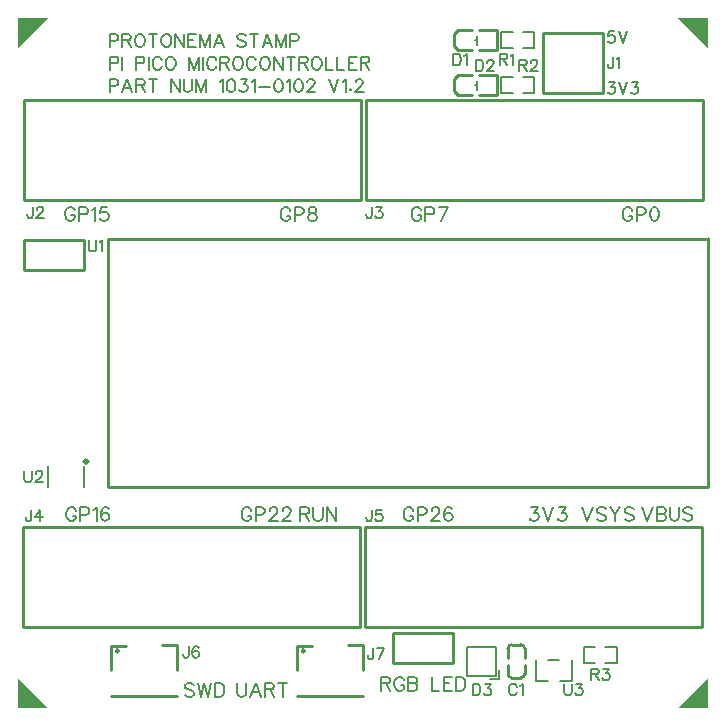
<source format=gto>
G04 Layer: TopSilkscreenLayer*
G04 EasyEDA v6.5.29, 2023-07-09 12:27:17*
G04 4395022f8ddd444ca6db71cecef0689e,5a6b42c53f6a479593ecc07194224c93,10*
G04 Gerber Generator version 0.2*
G04 Scale: 100 percent, Rotated: No, Reflected: No *
G04 Dimensions in millimeters *
G04 leading zeros omitted , absolute positions ,4 integer and 5 decimal *
%FSLAX45Y45*%
%MOMM*%

%ADD10C,0.1524*%
%ADD11C,0.2540*%
%ADD12C,0.1520*%
%ADD13C,0.2030*%
%ADD14C,0.3000*%
%ADD15C,0.0136*%

%LPD*%
D10*
X121665Y4241037D02*
G01*
X121665Y4168394D01*
X117094Y4154678D01*
X112521Y4150105D01*
X103378Y4145534D01*
X94487Y4145534D01*
X85344Y4150105D01*
X80771Y4154678D01*
X76200Y4168394D01*
X76200Y4177537D01*
X156210Y4218431D02*
G01*
X156210Y4223004D01*
X160781Y4231894D01*
X165354Y4236465D01*
X174497Y4241037D01*
X192531Y4241037D01*
X201676Y4236465D01*
X206247Y4231894D01*
X210820Y4223004D01*
X210820Y4213860D01*
X206247Y4204715D01*
X197104Y4191000D01*
X151637Y4145534D01*
X215392Y4145534D01*
X2991865Y4241037D02*
G01*
X2991865Y4168394D01*
X2987293Y4154678D01*
X2982722Y4150105D01*
X2973577Y4145534D01*
X2964688Y4145534D01*
X2955543Y4150105D01*
X2950972Y4154678D01*
X2946400Y4168394D01*
X2946400Y4177537D01*
X3030981Y4241037D02*
G01*
X3081020Y4241037D01*
X3053588Y4204715D01*
X3067304Y4204715D01*
X3076447Y4200144D01*
X3081020Y4195571D01*
X3085591Y4182110D01*
X3085591Y4172965D01*
X3081020Y4159250D01*
X3071875Y4150105D01*
X3058159Y4145534D01*
X3044697Y4145534D01*
X3030981Y4150105D01*
X3026409Y4154678D01*
X3021838Y4163821D01*
X108965Y1675637D02*
G01*
X108965Y1602994D01*
X104394Y1589278D01*
X99821Y1584705D01*
X90678Y1580134D01*
X81787Y1580134D01*
X72644Y1584705D01*
X68071Y1589278D01*
X63500Y1602994D01*
X63500Y1612137D01*
X184404Y1675637D02*
G01*
X138937Y1612137D01*
X207010Y1612137D01*
X184404Y1675637D02*
G01*
X184404Y1580134D01*
X2991865Y1675637D02*
G01*
X2991865Y1602994D01*
X2987293Y1589278D01*
X2982722Y1584705D01*
X2973577Y1580134D01*
X2964688Y1580134D01*
X2955543Y1584705D01*
X2950972Y1589278D01*
X2946400Y1602994D01*
X2946400Y1612137D01*
X3076447Y1675637D02*
G01*
X3030981Y1675637D01*
X3026409Y1634744D01*
X3030981Y1639315D01*
X3044697Y1643887D01*
X3058159Y1643887D01*
X3071875Y1639315D01*
X3081020Y1630171D01*
X3085591Y1616710D01*
X3085591Y1607565D01*
X3081020Y1593850D01*
X3071875Y1584705D01*
X3058159Y1580134D01*
X3044697Y1580134D01*
X3030981Y1584705D01*
X3026409Y1589278D01*
X3021838Y1598421D01*
X5199888Y4208526D02*
G01*
X5194554Y4219447D01*
X5183631Y4230370D01*
X5172709Y4235957D01*
X5150865Y4235957D01*
X5139943Y4230370D01*
X5129022Y4219447D01*
X5123434Y4208526D01*
X5118100Y4192270D01*
X5118100Y4165092D01*
X5123434Y4148581D01*
X5129022Y4137660D01*
X5139943Y4126737D01*
X5150865Y4121404D01*
X5172709Y4121404D01*
X5183631Y4126737D01*
X5194554Y4137660D01*
X5199888Y4148581D01*
X5199888Y4165092D01*
X5172709Y4165092D02*
G01*
X5199888Y4165092D01*
X5235956Y4235957D02*
G01*
X5235956Y4121404D01*
X5235956Y4235957D02*
G01*
X5284977Y4235957D01*
X5301488Y4230370D01*
X5306822Y4225036D01*
X5312156Y4214113D01*
X5312156Y4197604D01*
X5306822Y4186681D01*
X5301488Y4181347D01*
X5284977Y4176013D01*
X5235956Y4176013D01*
X5380990Y4235957D02*
G01*
X5364734Y4230370D01*
X5353811Y4214113D01*
X5348224Y4186681D01*
X5348224Y4170426D01*
X5353811Y4143247D01*
X5364734Y4126737D01*
X5380990Y4121404D01*
X5391911Y4121404D01*
X5408168Y4126737D01*
X5419090Y4143247D01*
X5424677Y4170426D01*
X5424677Y4186681D01*
X5419090Y4214113D01*
X5408168Y4230370D01*
X5391911Y4235957D01*
X5380990Y4235957D01*
X3411981Y4212132D02*
G01*
X3406647Y4223054D01*
X3395725Y4233976D01*
X3384804Y4239564D01*
X3362959Y4239564D01*
X3352038Y4233976D01*
X3341115Y4223054D01*
X3335527Y4212132D01*
X3330193Y4195876D01*
X3330193Y4168698D01*
X3335527Y4152188D01*
X3341115Y4141266D01*
X3352038Y4130344D01*
X3362959Y4125010D01*
X3384804Y4125010D01*
X3395725Y4130344D01*
X3406647Y4141266D01*
X3411981Y4152188D01*
X3411981Y4168698D01*
X3384804Y4168698D02*
G01*
X3411981Y4168698D01*
X3448050Y4239564D02*
G01*
X3448050Y4125010D01*
X3448050Y4239564D02*
G01*
X3497072Y4239564D01*
X3513581Y4233976D01*
X3518915Y4228642D01*
X3524250Y4217720D01*
X3524250Y4201210D01*
X3518915Y4190288D01*
X3513581Y4184954D01*
X3497072Y4179620D01*
X3448050Y4179620D01*
X3636772Y4239564D02*
G01*
X3582161Y4125010D01*
X3560318Y4239564D02*
G01*
X3636772Y4239564D01*
X2304288Y4208526D02*
G01*
X2298954Y4219447D01*
X2288031Y4230370D01*
X2277109Y4235957D01*
X2255265Y4235957D01*
X2244343Y4230370D01*
X2233422Y4219447D01*
X2227834Y4208526D01*
X2222500Y4192270D01*
X2222500Y4165092D01*
X2227834Y4148581D01*
X2233422Y4137660D01*
X2244343Y4126737D01*
X2255265Y4121404D01*
X2277109Y4121404D01*
X2288031Y4126737D01*
X2298954Y4137660D01*
X2304288Y4148581D01*
X2304288Y4165092D01*
X2277109Y4165092D02*
G01*
X2304288Y4165092D01*
X2340356Y4235957D02*
G01*
X2340356Y4121404D01*
X2340356Y4235957D02*
G01*
X2389377Y4235957D01*
X2405888Y4230370D01*
X2411222Y4225036D01*
X2416556Y4214113D01*
X2416556Y4197604D01*
X2411222Y4186681D01*
X2405888Y4181347D01*
X2389377Y4176013D01*
X2340356Y4176013D01*
X2480056Y4235957D02*
G01*
X2463545Y4230370D01*
X2458211Y4219447D01*
X2458211Y4208526D01*
X2463545Y4197604D01*
X2474468Y4192270D01*
X2496311Y4186681D01*
X2512568Y4181347D01*
X2523490Y4170426D01*
X2529077Y4159504D01*
X2529077Y4143247D01*
X2523490Y4132326D01*
X2518156Y4126737D01*
X2501645Y4121404D01*
X2480056Y4121404D01*
X2463545Y4126737D01*
X2458211Y4132326D01*
X2452624Y4143247D01*
X2452624Y4159504D01*
X2458211Y4170426D01*
X2469134Y4181347D01*
X2485390Y4186681D01*
X2507234Y4192270D01*
X2518156Y4197604D01*
X2523490Y4208526D01*
X2523490Y4219447D01*
X2518156Y4230370D01*
X2501645Y4235957D01*
X2480056Y4235957D01*
X478281Y4212132D02*
G01*
X472947Y4223054D01*
X462026Y4233976D01*
X451104Y4239564D01*
X429260Y4239564D01*
X418337Y4233976D01*
X407415Y4223054D01*
X401828Y4212132D01*
X396494Y4195876D01*
X396494Y4168698D01*
X401828Y4152188D01*
X407415Y4141266D01*
X418337Y4130344D01*
X429260Y4125010D01*
X451104Y4125010D01*
X462026Y4130344D01*
X472947Y4141266D01*
X478281Y4152188D01*
X478281Y4168698D01*
X451104Y4168698D02*
G01*
X478281Y4168698D01*
X514350Y4239564D02*
G01*
X514350Y4125010D01*
X514350Y4239564D02*
G01*
X563371Y4239564D01*
X579881Y4233976D01*
X585215Y4228642D01*
X590550Y4217720D01*
X590550Y4201210D01*
X585215Y4190288D01*
X579881Y4184954D01*
X563371Y4179620D01*
X514350Y4179620D01*
X626618Y4217720D02*
G01*
X637539Y4223054D01*
X654050Y4239564D01*
X654050Y4125010D01*
X755395Y4239564D02*
G01*
X700786Y4239564D01*
X695452Y4190288D01*
X700786Y4195876D01*
X717295Y4201210D01*
X733552Y4201210D01*
X750062Y4195876D01*
X760729Y4184954D01*
X766318Y4168698D01*
X766318Y4157776D01*
X760729Y4141266D01*
X750062Y4130344D01*
X733552Y4125010D01*
X717295Y4125010D01*
X700786Y4130344D01*
X695452Y4135932D01*
X689863Y4146854D01*
X488187Y1668526D02*
G01*
X482854Y1679447D01*
X471931Y1690370D01*
X461010Y1695957D01*
X439165Y1695957D01*
X428244Y1690370D01*
X417321Y1679447D01*
X411734Y1668526D01*
X406400Y1652270D01*
X406400Y1625092D01*
X411734Y1608581D01*
X417321Y1597660D01*
X428244Y1586737D01*
X439165Y1581404D01*
X461010Y1581404D01*
X471931Y1586737D01*
X482854Y1597660D01*
X488187Y1608581D01*
X488187Y1625092D01*
X461010Y1625092D02*
G01*
X488187Y1625092D01*
X524255Y1695957D02*
G01*
X524255Y1581404D01*
X524255Y1695957D02*
G01*
X573278Y1695957D01*
X589787Y1690370D01*
X595121Y1685036D01*
X600455Y1674113D01*
X600455Y1657604D01*
X595121Y1646681D01*
X589787Y1641347D01*
X573278Y1636013D01*
X524255Y1636013D01*
X636523Y1674113D02*
G01*
X647445Y1679447D01*
X663955Y1695957D01*
X663955Y1581404D01*
X765302Y1679447D02*
G01*
X759968Y1690370D01*
X743457Y1695957D01*
X732536Y1695957D01*
X716279Y1690370D01*
X705357Y1674113D01*
X699770Y1646681D01*
X699770Y1619504D01*
X705357Y1597660D01*
X716279Y1586737D01*
X732536Y1581404D01*
X738123Y1581404D01*
X754379Y1586737D01*
X765302Y1597660D01*
X770636Y1614170D01*
X770636Y1619504D01*
X765302Y1636013D01*
X754379Y1646681D01*
X738123Y1652270D01*
X732536Y1652270D01*
X716279Y1646681D01*
X705357Y1636013D01*
X699770Y1619504D01*
X3345688Y1668526D02*
G01*
X3340354Y1679447D01*
X3329431Y1690370D01*
X3318509Y1695957D01*
X3296665Y1695957D01*
X3285743Y1690370D01*
X3274822Y1679447D01*
X3269234Y1668526D01*
X3263900Y1652270D01*
X3263900Y1625092D01*
X3269234Y1608581D01*
X3274822Y1597660D01*
X3285743Y1586737D01*
X3296665Y1581404D01*
X3318509Y1581404D01*
X3329431Y1586737D01*
X3340354Y1597660D01*
X3345688Y1608581D01*
X3345688Y1625092D01*
X3318509Y1625092D02*
G01*
X3345688Y1625092D01*
X3381756Y1695957D02*
G01*
X3381756Y1581404D01*
X3381756Y1695957D02*
G01*
X3430777Y1695957D01*
X3447288Y1690370D01*
X3452622Y1685036D01*
X3457956Y1674113D01*
X3457956Y1657604D01*
X3452622Y1646681D01*
X3447288Y1641347D01*
X3430777Y1636013D01*
X3381756Y1636013D01*
X3499611Y1668526D02*
G01*
X3499611Y1674113D01*
X3504945Y1685036D01*
X3510534Y1690370D01*
X3521456Y1695957D01*
X3543045Y1695957D01*
X3553968Y1690370D01*
X3559556Y1685036D01*
X3564890Y1674113D01*
X3564890Y1663192D01*
X3559556Y1652270D01*
X3548634Y1636013D01*
X3494024Y1581404D01*
X3570477Y1581404D01*
X3671824Y1679447D02*
G01*
X3666490Y1690370D01*
X3649979Y1695957D01*
X3639058Y1695957D01*
X3622802Y1690370D01*
X3611879Y1674113D01*
X3606545Y1646681D01*
X3606545Y1619504D01*
X3611879Y1597660D01*
X3622802Y1586737D01*
X3639058Y1581404D01*
X3644645Y1581404D01*
X3660902Y1586737D01*
X3671824Y1597660D01*
X3677411Y1614170D01*
X3677411Y1619504D01*
X3671824Y1636013D01*
X3660902Y1646681D01*
X3644645Y1652270D01*
X3639058Y1652270D01*
X3622802Y1646681D01*
X3611879Y1636013D01*
X3606545Y1619504D01*
X2387600Y1695957D02*
G01*
X2387600Y1581404D01*
X2387600Y1695957D02*
G01*
X2436622Y1695957D01*
X2453131Y1690370D01*
X2458465Y1685036D01*
X2464054Y1674113D01*
X2464054Y1663192D01*
X2458465Y1652270D01*
X2453131Y1646681D01*
X2436622Y1641347D01*
X2387600Y1641347D01*
X2425700Y1641347D02*
G01*
X2464054Y1581404D01*
X2499868Y1695957D02*
G01*
X2499868Y1614170D01*
X2505456Y1597660D01*
X2516377Y1586737D01*
X2532634Y1581404D01*
X2543556Y1581404D01*
X2560065Y1586737D01*
X2570988Y1597660D01*
X2576322Y1614170D01*
X2576322Y1695957D01*
X2612390Y1695957D02*
G01*
X2612390Y1581404D01*
X2612390Y1695957D02*
G01*
X2688590Y1581404D01*
X2688590Y1695957D02*
G01*
X2688590Y1581404D01*
X5283200Y1695957D02*
G01*
X5326888Y1581404D01*
X5370575Y1695957D02*
G01*
X5326888Y1581404D01*
X5406390Y1695957D02*
G01*
X5406390Y1581404D01*
X5406390Y1695957D02*
G01*
X5455665Y1695957D01*
X5471922Y1690370D01*
X5477256Y1685036D01*
X5482843Y1674113D01*
X5482843Y1663192D01*
X5477256Y1652270D01*
X5471922Y1646681D01*
X5455665Y1641347D01*
X5406390Y1641347D02*
G01*
X5455665Y1641347D01*
X5471922Y1636013D01*
X5477256Y1630426D01*
X5482843Y1619504D01*
X5482843Y1603247D01*
X5477256Y1592326D01*
X5471922Y1586737D01*
X5455665Y1581404D01*
X5406390Y1581404D01*
X5518911Y1695957D02*
G01*
X5518911Y1614170D01*
X5524245Y1597660D01*
X5535168Y1586737D01*
X5551677Y1581404D01*
X5562345Y1581404D01*
X5578856Y1586737D01*
X5589777Y1597660D01*
X5595111Y1614170D01*
X5595111Y1695957D01*
X5707634Y1679447D02*
G01*
X5696711Y1690370D01*
X5680202Y1695957D01*
X5658358Y1695957D01*
X5642102Y1690370D01*
X5631179Y1679447D01*
X5631179Y1668526D01*
X5636768Y1657604D01*
X5642102Y1652270D01*
X5653024Y1646681D01*
X5685790Y1636013D01*
X5696711Y1630426D01*
X5702045Y1625092D01*
X5707634Y1614170D01*
X5707634Y1597660D01*
X5696711Y1586737D01*
X5680202Y1581404D01*
X5658358Y1581404D01*
X5642102Y1586737D01*
X5631179Y1597660D01*
X4341622Y1695957D02*
G01*
X4401565Y1695957D01*
X4368800Y1652270D01*
X4385309Y1652270D01*
X4396231Y1646681D01*
X4401565Y1641347D01*
X4407154Y1625092D01*
X4407154Y1614170D01*
X4401565Y1597660D01*
X4390643Y1586737D01*
X4374388Y1581404D01*
X4357877Y1581404D01*
X4341622Y1586737D01*
X4336034Y1592326D01*
X4330700Y1603247D01*
X4442968Y1695957D02*
G01*
X4486656Y1581404D01*
X4530343Y1695957D02*
G01*
X4486656Y1581404D01*
X4577334Y1695957D02*
G01*
X4637277Y1695957D01*
X4604511Y1652270D01*
X4620768Y1652270D01*
X4631690Y1646681D01*
X4637277Y1641347D01*
X4642611Y1625092D01*
X4642611Y1614170D01*
X4637277Y1597660D01*
X4626356Y1586737D01*
X4609845Y1581404D01*
X4593590Y1581404D01*
X4577334Y1586737D01*
X4571745Y1592326D01*
X4566411Y1603247D01*
X4775200Y1695957D02*
G01*
X4818888Y1581404D01*
X4862575Y1695957D02*
G01*
X4818888Y1581404D01*
X4974843Y1679447D02*
G01*
X4963922Y1690370D01*
X4947665Y1695957D01*
X4925822Y1695957D01*
X4909311Y1690370D01*
X4898390Y1679447D01*
X4898390Y1668526D01*
X4903977Y1657604D01*
X4909311Y1652270D01*
X4920234Y1646681D01*
X4953000Y1636013D01*
X4963922Y1630426D01*
X4969256Y1625092D01*
X4974843Y1614170D01*
X4974843Y1597660D01*
X4963922Y1586737D01*
X4947665Y1581404D01*
X4925822Y1581404D01*
X4909311Y1586737D01*
X4898390Y1597660D01*
X5010911Y1695957D02*
G01*
X5054345Y1641347D01*
X5054345Y1581404D01*
X5098034Y1695957D02*
G01*
X5054345Y1641347D01*
X5210556Y1679447D02*
G01*
X5199634Y1690370D01*
X5183124Y1695957D01*
X5161279Y1695957D01*
X5145024Y1690370D01*
X5134102Y1679447D01*
X5134102Y1668526D01*
X5139436Y1657604D01*
X5145024Y1652270D01*
X5155945Y1646681D01*
X5188711Y1636013D01*
X5199634Y1630426D01*
X5204968Y1625092D01*
X5210556Y1614170D01*
X5210556Y1597660D01*
X5199634Y1586737D01*
X5183124Y1581404D01*
X5161279Y1581404D01*
X5145024Y1586737D01*
X5134102Y1597660D01*
X1974088Y1668526D02*
G01*
X1968754Y1679447D01*
X1957831Y1690370D01*
X1946909Y1695957D01*
X1925065Y1695957D01*
X1914144Y1690370D01*
X1903221Y1679447D01*
X1897634Y1668526D01*
X1892300Y1652270D01*
X1892300Y1625092D01*
X1897634Y1608581D01*
X1903221Y1597660D01*
X1914144Y1586737D01*
X1925065Y1581404D01*
X1946909Y1581404D01*
X1957831Y1586737D01*
X1968754Y1597660D01*
X1974088Y1608581D01*
X1974088Y1625092D01*
X1946909Y1625092D02*
G01*
X1974088Y1625092D01*
X2010156Y1695957D02*
G01*
X2010156Y1581404D01*
X2010156Y1695957D02*
G01*
X2059177Y1695957D01*
X2075688Y1690370D01*
X2081022Y1685036D01*
X2086356Y1674113D01*
X2086356Y1657604D01*
X2081022Y1646681D01*
X2075688Y1641347D01*
X2059177Y1636013D01*
X2010156Y1636013D01*
X2128011Y1668526D02*
G01*
X2128011Y1674113D01*
X2133345Y1685036D01*
X2138934Y1690370D01*
X2149856Y1695957D01*
X2171445Y1695957D01*
X2182368Y1690370D01*
X2187956Y1685036D01*
X2193290Y1674113D01*
X2193290Y1663192D01*
X2187956Y1652270D01*
X2177034Y1636013D01*
X2122424Y1581404D01*
X2198877Y1581404D01*
X2240279Y1668526D02*
G01*
X2240279Y1674113D01*
X2245868Y1685036D01*
X2251202Y1690370D01*
X2262124Y1695957D01*
X2283968Y1695957D01*
X2294890Y1690370D01*
X2300224Y1685036D01*
X2305811Y1674113D01*
X2305811Y1663192D01*
X2300224Y1652270D01*
X2289302Y1636013D01*
X2234945Y1581404D01*
X2311145Y1581404D01*
X596900Y3961637D02*
G01*
X596900Y3893565D01*
X601471Y3879850D01*
X610615Y3870705D01*
X624078Y3866134D01*
X633221Y3866134D01*
X646937Y3870705D01*
X656081Y3879850D01*
X660654Y3893565D01*
X660654Y3961637D01*
X690626Y3943604D02*
G01*
X699515Y3948176D01*
X713231Y3961637D01*
X713231Y3866134D01*
X5045709Y5726937D02*
G01*
X5000243Y5726937D01*
X4995672Y5686044D01*
X5000243Y5690615D01*
X5013706Y5695187D01*
X5027422Y5695187D01*
X5041138Y5690615D01*
X5050281Y5681471D01*
X5054854Y5668010D01*
X5054854Y5658865D01*
X5050281Y5645150D01*
X5041138Y5636005D01*
X5027422Y5631434D01*
X5013706Y5631434D01*
X5000243Y5636005D01*
X4995672Y5640578D01*
X4991100Y5649721D01*
X5084825Y5726937D02*
G01*
X5121147Y5631434D01*
X5157470Y5726937D02*
G01*
X5121147Y5631434D01*
X5000243Y5295137D02*
G01*
X5050281Y5295137D01*
X5022850Y5258815D01*
X5036565Y5258815D01*
X5045709Y5254244D01*
X5050281Y5249671D01*
X5054854Y5236210D01*
X5054854Y5227065D01*
X5050281Y5213350D01*
X5041138Y5204205D01*
X5027422Y5199634D01*
X5013706Y5199634D01*
X5000243Y5204205D01*
X4995672Y5208778D01*
X4991100Y5217921D01*
X5084825Y5295137D02*
G01*
X5121147Y5199634D01*
X5157470Y5295137D02*
G01*
X5121147Y5199634D01*
X5196586Y5295137D02*
G01*
X5246624Y5295137D01*
X5219191Y5258815D01*
X5232908Y5258815D01*
X5242052Y5254244D01*
X5246624Y5249671D01*
X5251195Y5236210D01*
X5251195Y5227065D01*
X5246624Y5213350D01*
X5237479Y5204205D01*
X5223763Y5199634D01*
X5210302Y5199634D01*
X5196586Y5204205D01*
X5192013Y5208778D01*
X5187441Y5217921D01*
X5036565Y5511037D02*
G01*
X5036565Y5438394D01*
X5031993Y5424678D01*
X5027422Y5420105D01*
X5018277Y5415534D01*
X5009388Y5415534D01*
X5000243Y5420105D01*
X4995672Y5424678D01*
X4991100Y5438394D01*
X4991100Y5447537D01*
X5066538Y5493004D02*
G01*
X5075681Y5497576D01*
X5089397Y5511037D01*
X5089397Y5415534D01*
X774700Y5703315D02*
G01*
X774700Y5594350D01*
X774700Y5703315D02*
G01*
X821436Y5703315D01*
X836929Y5698236D01*
X842263Y5692902D01*
X847344Y5682487D01*
X847344Y5666994D01*
X842263Y5656579D01*
X836929Y5651500D01*
X821436Y5646165D01*
X774700Y5646165D01*
X881634Y5703315D02*
G01*
X881634Y5594350D01*
X881634Y5703315D02*
G01*
X928370Y5703315D01*
X944118Y5698236D01*
X949197Y5692902D01*
X954531Y5682487D01*
X954531Y5672073D01*
X949197Y5661660D01*
X944118Y5656579D01*
X928370Y5651500D01*
X881634Y5651500D01*
X918210Y5651500D02*
G01*
X954531Y5594350D01*
X1019810Y5703315D02*
G01*
X1009650Y5698236D01*
X999236Y5687821D01*
X993902Y5677407D01*
X988821Y5661660D01*
X988821Y5635752D01*
X993902Y5620257D01*
X999236Y5609844D01*
X1009650Y5599429D01*
X1019810Y5594350D01*
X1040637Y5594350D01*
X1051052Y5599429D01*
X1061465Y5609844D01*
X1066800Y5620257D01*
X1071879Y5635752D01*
X1071879Y5661660D01*
X1066800Y5677407D01*
X1061465Y5687821D01*
X1051052Y5698236D01*
X1040637Y5703315D01*
X1019810Y5703315D01*
X1142492Y5703315D02*
G01*
X1142492Y5594350D01*
X1106170Y5703315D02*
G01*
X1178813Y5703315D01*
X1244345Y5703315D02*
G01*
X1233931Y5698236D01*
X1223518Y5687821D01*
X1218437Y5677407D01*
X1213104Y5661660D01*
X1213104Y5635752D01*
X1218437Y5620257D01*
X1223518Y5609844D01*
X1233931Y5599429D01*
X1244345Y5594350D01*
X1265173Y5594350D01*
X1275587Y5599429D01*
X1286002Y5609844D01*
X1291081Y5620257D01*
X1296415Y5635752D01*
X1296415Y5661660D01*
X1291081Y5677407D01*
X1286002Y5687821D01*
X1275587Y5698236D01*
X1265173Y5703315D01*
X1244345Y5703315D01*
X1330705Y5703315D02*
G01*
X1330705Y5594350D01*
X1330705Y5703315D02*
G01*
X1403350Y5594350D01*
X1403350Y5703315D02*
G01*
X1403350Y5594350D01*
X1437639Y5703315D02*
G01*
X1437639Y5594350D01*
X1437639Y5703315D02*
G01*
X1505204Y5703315D01*
X1437639Y5651500D02*
G01*
X1479295Y5651500D01*
X1437639Y5594350D02*
G01*
X1505204Y5594350D01*
X1539494Y5703315D02*
G01*
X1539494Y5594350D01*
X1539494Y5703315D02*
G01*
X1581150Y5594350D01*
X1622552Y5703315D02*
G01*
X1581150Y5594350D01*
X1622552Y5703315D02*
G01*
X1622552Y5594350D01*
X1698497Y5703315D02*
G01*
X1656842Y5594350D01*
X1698497Y5703315D02*
G01*
X1739900Y5594350D01*
X1672589Y5630671D02*
G01*
X1724405Y5630671D01*
X1927097Y5687821D02*
G01*
X1916684Y5698236D01*
X1901189Y5703315D01*
X1880362Y5703315D01*
X1864613Y5698236D01*
X1854200Y5687821D01*
X1854200Y5677407D01*
X1859534Y5666994D01*
X1864613Y5661660D01*
X1875028Y5656579D01*
X1906270Y5646165D01*
X1916684Y5641086D01*
X1921763Y5635752D01*
X1927097Y5625337D01*
X1927097Y5609844D01*
X1916684Y5599429D01*
X1901189Y5594350D01*
X1880362Y5594350D01*
X1864613Y5599429D01*
X1854200Y5609844D01*
X1997709Y5703315D02*
G01*
X1997709Y5594350D01*
X1961388Y5703315D02*
G01*
X2034031Y5703315D01*
X2109977Y5703315D02*
G01*
X2068322Y5594350D01*
X2109977Y5703315D02*
G01*
X2151379Y5594350D01*
X2084070Y5630671D02*
G01*
X2135886Y5630671D01*
X2185670Y5703315D02*
G01*
X2185670Y5594350D01*
X2185670Y5703315D02*
G01*
X2227325Y5594350D01*
X2268981Y5703315D02*
G01*
X2227325Y5594350D01*
X2268981Y5703315D02*
G01*
X2268981Y5594350D01*
X2303272Y5703315D02*
G01*
X2303272Y5594350D01*
X2303272Y5703315D02*
G01*
X2350008Y5703315D01*
X2365502Y5698236D01*
X2370836Y5692902D01*
X2375915Y5682487D01*
X2375915Y5666994D01*
X2370836Y5656579D01*
X2365502Y5651500D01*
X2350008Y5646165D01*
X2303272Y5646165D01*
X774700Y5512815D02*
G01*
X774700Y5403850D01*
X774700Y5512815D02*
G01*
X821436Y5512815D01*
X836929Y5507736D01*
X842263Y5502402D01*
X847344Y5491987D01*
X847344Y5476494D01*
X842263Y5466079D01*
X836929Y5461000D01*
X821436Y5455665D01*
X774700Y5455665D01*
X881634Y5512815D02*
G01*
X881634Y5403850D01*
X995934Y5512815D02*
G01*
X995934Y5403850D01*
X995934Y5512815D02*
G01*
X1042670Y5512815D01*
X1058418Y5507736D01*
X1063497Y5502402D01*
X1068831Y5491987D01*
X1068831Y5476494D01*
X1063497Y5466079D01*
X1058418Y5461000D01*
X1042670Y5455665D01*
X995934Y5455665D01*
X1103121Y5512815D02*
G01*
X1103121Y5403850D01*
X1215389Y5486907D02*
G01*
X1210055Y5497321D01*
X1199642Y5507736D01*
X1189228Y5512815D01*
X1168400Y5512815D01*
X1158239Y5507736D01*
X1147826Y5497321D01*
X1142492Y5486907D01*
X1137412Y5471160D01*
X1137412Y5445252D01*
X1142492Y5429757D01*
X1147826Y5419344D01*
X1158239Y5408929D01*
X1168400Y5403850D01*
X1189228Y5403850D01*
X1199642Y5408929D01*
X1210055Y5419344D01*
X1215389Y5429757D01*
X1280668Y5512815D02*
G01*
X1270254Y5507736D01*
X1259839Y5497321D01*
X1254760Y5486907D01*
X1249679Y5471160D01*
X1249679Y5445252D01*
X1254760Y5429757D01*
X1259839Y5419344D01*
X1270254Y5408929D01*
X1280668Y5403850D01*
X1301495Y5403850D01*
X1311910Y5408929D01*
X1322323Y5419344D01*
X1327404Y5429757D01*
X1332737Y5445252D01*
X1332737Y5471160D01*
X1327404Y5486907D01*
X1322323Y5497321D01*
X1311910Y5507736D01*
X1301495Y5512815D01*
X1280668Y5512815D01*
X1447037Y5512815D02*
G01*
X1447037Y5403850D01*
X1447037Y5512815D02*
G01*
X1488439Y5403850D01*
X1530095Y5512815D02*
G01*
X1488439Y5403850D01*
X1530095Y5512815D02*
G01*
X1530095Y5403850D01*
X1564386Y5512815D02*
G01*
X1564386Y5403850D01*
X1676654Y5486907D02*
G01*
X1671320Y5497321D01*
X1661160Y5507736D01*
X1650745Y5512815D01*
X1629918Y5512815D01*
X1619504Y5507736D01*
X1609089Y5497321D01*
X1604010Y5486907D01*
X1598676Y5471160D01*
X1598676Y5445252D01*
X1604010Y5429757D01*
X1609089Y5419344D01*
X1619504Y5408929D01*
X1629918Y5403850D01*
X1650745Y5403850D01*
X1661160Y5408929D01*
X1671320Y5419344D01*
X1676654Y5429757D01*
X1710944Y5512815D02*
G01*
X1710944Y5403850D01*
X1710944Y5512815D02*
G01*
X1757679Y5512815D01*
X1773173Y5507736D01*
X1778507Y5502402D01*
X1783587Y5491987D01*
X1783587Y5481573D01*
X1778507Y5471160D01*
X1773173Y5466079D01*
X1757679Y5461000D01*
X1710944Y5461000D01*
X1747265Y5461000D02*
G01*
X1783587Y5403850D01*
X1849120Y5512815D02*
G01*
X1838705Y5507736D01*
X1828292Y5497321D01*
X1823212Y5486907D01*
X1817878Y5471160D01*
X1817878Y5445252D01*
X1823212Y5429757D01*
X1828292Y5419344D01*
X1838705Y5408929D01*
X1849120Y5403850D01*
X1869947Y5403850D01*
X1880362Y5408929D01*
X1890776Y5419344D01*
X1895855Y5429757D01*
X1901189Y5445252D01*
X1901189Y5471160D01*
X1895855Y5486907D01*
X1890776Y5497321D01*
X1880362Y5507736D01*
X1869947Y5512815D01*
X1849120Y5512815D01*
X2013204Y5486907D02*
G01*
X2008124Y5497321D01*
X1997709Y5507736D01*
X1987295Y5512815D01*
X1966468Y5512815D01*
X1956054Y5507736D01*
X1945640Y5497321D01*
X1940559Y5486907D01*
X1935479Y5471160D01*
X1935479Y5445252D01*
X1940559Y5429757D01*
X1945640Y5419344D01*
X1956054Y5408929D01*
X1966468Y5403850D01*
X1987295Y5403850D01*
X1997709Y5408929D01*
X2008124Y5419344D01*
X2013204Y5429757D01*
X2078736Y5512815D02*
G01*
X2068322Y5507736D01*
X2057908Y5497321D01*
X2052827Y5486907D01*
X2047493Y5471160D01*
X2047493Y5445252D01*
X2052827Y5429757D01*
X2057908Y5419344D01*
X2068322Y5408929D01*
X2078736Y5403850D01*
X2099563Y5403850D01*
X2109977Y5408929D01*
X2120391Y5419344D01*
X2125472Y5429757D01*
X2130806Y5445252D01*
X2130806Y5471160D01*
X2125472Y5486907D01*
X2120391Y5497321D01*
X2109977Y5507736D01*
X2099563Y5512815D01*
X2078736Y5512815D01*
X2165095Y5512815D02*
G01*
X2165095Y5403850D01*
X2165095Y5512815D02*
G01*
X2237740Y5403850D01*
X2237740Y5512815D02*
G01*
X2237740Y5403850D01*
X2308352Y5512815D02*
G01*
X2308352Y5403850D01*
X2272029Y5512815D02*
G01*
X2344674Y5512815D01*
X2378963Y5512815D02*
G01*
X2378963Y5403850D01*
X2378963Y5512815D02*
G01*
X2425700Y5512815D01*
X2441447Y5507736D01*
X2446527Y5502402D01*
X2451861Y5491987D01*
X2451861Y5481573D01*
X2446527Y5471160D01*
X2441447Y5466079D01*
X2425700Y5461000D01*
X2378963Y5461000D01*
X2415540Y5461000D02*
G01*
X2451861Y5403850D01*
X2517140Y5512815D02*
G01*
X2506979Y5507736D01*
X2496565Y5497321D01*
X2491231Y5486907D01*
X2486152Y5471160D01*
X2486152Y5445252D01*
X2491231Y5429757D01*
X2496565Y5419344D01*
X2506979Y5408929D01*
X2517140Y5403850D01*
X2537968Y5403850D01*
X2548381Y5408929D01*
X2558795Y5419344D01*
X2564129Y5429757D01*
X2569209Y5445252D01*
X2569209Y5471160D01*
X2564129Y5486907D01*
X2558795Y5497321D01*
X2548381Y5507736D01*
X2537968Y5512815D01*
X2517140Y5512815D01*
X2603500Y5512815D02*
G01*
X2603500Y5403850D01*
X2603500Y5403850D02*
G01*
X2665729Y5403850D01*
X2700020Y5512815D02*
G01*
X2700020Y5403850D01*
X2700020Y5403850D02*
G01*
X2762504Y5403850D01*
X2796793Y5512815D02*
G01*
X2796793Y5403850D01*
X2796793Y5512815D02*
G01*
X2864358Y5512815D01*
X2796793Y5461000D02*
G01*
X2838450Y5461000D01*
X2796793Y5403850D02*
G01*
X2864358Y5403850D01*
X2898647Y5512815D02*
G01*
X2898647Y5403850D01*
X2898647Y5512815D02*
G01*
X2945384Y5512815D01*
X2960877Y5507736D01*
X2966211Y5502402D01*
X2971291Y5491987D01*
X2971291Y5481573D01*
X2966211Y5471160D01*
X2960877Y5466079D01*
X2945384Y5461000D01*
X2898647Y5461000D01*
X2934970Y5461000D02*
G01*
X2971291Y5403850D01*
X774700Y5322315D02*
G01*
X774700Y5213350D01*
X774700Y5322315D02*
G01*
X821436Y5322315D01*
X836929Y5317236D01*
X842263Y5311902D01*
X847344Y5301487D01*
X847344Y5285994D01*
X842263Y5275579D01*
X836929Y5270500D01*
X821436Y5265165D01*
X774700Y5265165D01*
X923289Y5322315D02*
G01*
X881634Y5213350D01*
X923289Y5322315D02*
G01*
X964945Y5213350D01*
X897381Y5249671D02*
G01*
X949197Y5249671D01*
X999236Y5322315D02*
G01*
X999236Y5213350D01*
X999236Y5322315D02*
G01*
X1045971Y5322315D01*
X1061465Y5317236D01*
X1066800Y5311902D01*
X1071879Y5301487D01*
X1071879Y5291073D01*
X1066800Y5280660D01*
X1061465Y5275579D01*
X1045971Y5270500D01*
X999236Y5270500D01*
X1035557Y5270500D02*
G01*
X1071879Y5213350D01*
X1142492Y5322315D02*
G01*
X1142492Y5213350D01*
X1106170Y5322315D02*
G01*
X1178813Y5322315D01*
X1293113Y5322315D02*
G01*
X1293113Y5213350D01*
X1293113Y5322315D02*
G01*
X1366012Y5213350D01*
X1366012Y5322315D02*
G01*
X1366012Y5213350D01*
X1400302Y5322315D02*
G01*
X1400302Y5244337D01*
X1405381Y5228844D01*
X1415795Y5218429D01*
X1431289Y5213350D01*
X1441704Y5213350D01*
X1457452Y5218429D01*
X1467865Y5228844D01*
X1472945Y5244337D01*
X1472945Y5322315D01*
X1507236Y5322315D02*
G01*
X1507236Y5213350D01*
X1507236Y5322315D02*
G01*
X1548892Y5213350D01*
X1590294Y5322315D02*
G01*
X1548892Y5213350D01*
X1590294Y5322315D02*
G01*
X1590294Y5213350D01*
X1704594Y5301487D02*
G01*
X1715007Y5306821D01*
X1730755Y5322315D01*
X1730755Y5213350D01*
X1796034Y5322315D02*
G01*
X1780539Y5317236D01*
X1770126Y5301487D01*
X1765045Y5275579D01*
X1765045Y5260086D01*
X1770126Y5233923D01*
X1780539Y5218429D01*
X1796034Y5213350D01*
X1806447Y5213350D01*
X1822195Y5218429D01*
X1832610Y5233923D01*
X1837689Y5260086D01*
X1837689Y5275579D01*
X1832610Y5301487D01*
X1822195Y5317236D01*
X1806447Y5322315D01*
X1796034Y5322315D01*
X1882394Y5322315D02*
G01*
X1939543Y5322315D01*
X1908302Y5280660D01*
X1924050Y5280660D01*
X1934209Y5275579D01*
X1939543Y5270500D01*
X1944624Y5254752D01*
X1944624Y5244337D01*
X1939543Y5228844D01*
X1929129Y5218429D01*
X1913636Y5213350D01*
X1897887Y5213350D01*
X1882394Y5218429D01*
X1877060Y5223510D01*
X1871979Y5233923D01*
X1978913Y5301487D02*
G01*
X1989327Y5306821D01*
X2005075Y5322315D01*
X2005075Y5213350D01*
X2039365Y5260086D02*
G01*
X2132838Y5260086D01*
X2198370Y5322315D02*
G01*
X2182622Y5317236D01*
X2172208Y5301487D01*
X2167127Y5275579D01*
X2167127Y5260086D01*
X2172208Y5233923D01*
X2182622Y5218429D01*
X2198370Y5213350D01*
X2208529Y5213350D01*
X2224277Y5218429D01*
X2234691Y5233923D01*
X2239772Y5260086D01*
X2239772Y5275579D01*
X2234691Y5301487D01*
X2224277Y5317236D01*
X2208529Y5322315D01*
X2198370Y5322315D01*
X2274061Y5301487D02*
G01*
X2284475Y5306821D01*
X2299970Y5322315D01*
X2299970Y5213350D01*
X2365502Y5322315D02*
G01*
X2350008Y5317236D01*
X2339593Y5301487D01*
X2334259Y5275579D01*
X2334259Y5260086D01*
X2339593Y5233923D01*
X2350008Y5218429D01*
X2365502Y5213350D01*
X2375915Y5213350D01*
X2391409Y5218429D01*
X2401824Y5233923D01*
X2407158Y5260086D01*
X2407158Y5275579D01*
X2401824Y5301487D01*
X2391409Y5317236D01*
X2375915Y5322315D01*
X2365502Y5322315D01*
X2446527Y5296407D02*
G01*
X2446527Y5301487D01*
X2451861Y5311902D01*
X2456941Y5317236D01*
X2467356Y5322315D01*
X2488184Y5322315D01*
X2498597Y5317236D01*
X2503677Y5311902D01*
X2509011Y5301487D01*
X2509011Y5291073D01*
X2503677Y5280660D01*
X2493263Y5265165D01*
X2441447Y5213350D01*
X2514091Y5213350D01*
X2628391Y5322315D02*
G01*
X2670047Y5213350D01*
X2711450Y5322315D02*
G01*
X2670047Y5213350D01*
X2745740Y5301487D02*
G01*
X2756154Y5306821D01*
X2771902Y5322315D01*
X2771902Y5213350D01*
X2811272Y5239257D02*
G01*
X2806191Y5233923D01*
X2811272Y5228844D01*
X2816606Y5233923D01*
X2811272Y5239257D01*
X2855975Y5296407D02*
G01*
X2855975Y5301487D01*
X2861309Y5311902D01*
X2866390Y5317236D01*
X2876804Y5322315D01*
X2897631Y5322315D01*
X2908045Y5317236D01*
X2913125Y5311902D01*
X2918459Y5301487D01*
X2918459Y5291073D01*
X2913125Y5280660D01*
X2902711Y5265165D01*
X2850895Y5213350D01*
X2923540Y5213350D01*
X1486154Y193547D02*
G01*
X1475231Y204470D01*
X1458721Y210057D01*
X1436878Y210057D01*
X1420621Y204470D01*
X1409700Y193547D01*
X1409700Y182626D01*
X1415034Y171704D01*
X1420621Y166370D01*
X1431544Y160781D01*
X1464310Y150113D01*
X1475231Y144526D01*
X1480565Y139192D01*
X1486154Y128270D01*
X1486154Y111760D01*
X1475231Y100837D01*
X1458721Y95504D01*
X1436878Y95504D01*
X1420621Y100837D01*
X1409700Y111760D01*
X1521968Y210057D02*
G01*
X1549400Y95504D01*
X1576578Y210057D02*
G01*
X1549400Y95504D01*
X1576578Y210057D02*
G01*
X1603755Y95504D01*
X1631187Y210057D02*
G01*
X1603755Y95504D01*
X1667255Y210057D02*
G01*
X1667255Y95504D01*
X1667255Y210057D02*
G01*
X1705355Y210057D01*
X1721612Y204470D01*
X1732534Y193547D01*
X1738121Y182626D01*
X1743455Y166370D01*
X1743455Y139192D01*
X1738121Y122681D01*
X1732534Y111760D01*
X1721612Y100837D01*
X1705355Y95504D01*
X1667255Y95504D01*
X1854200Y210057D02*
G01*
X1854200Y128270D01*
X1859534Y111760D01*
X1870455Y100837D01*
X1886965Y95504D01*
X1897887Y95504D01*
X1914144Y100837D01*
X1925065Y111760D01*
X1930654Y128270D01*
X1930654Y210057D01*
X2010156Y210057D02*
G01*
X1966468Y95504D01*
X2010156Y210057D02*
G01*
X2053843Y95504D01*
X1982977Y133604D02*
G01*
X2037588Y133604D01*
X2089911Y210057D02*
G01*
X2089911Y95504D01*
X2089911Y210057D02*
G01*
X2138934Y210057D01*
X2155190Y204470D01*
X2160777Y199136D01*
X2166111Y188213D01*
X2166111Y177292D01*
X2160777Y166370D01*
X2155190Y160781D01*
X2138934Y155447D01*
X2089911Y155447D01*
X2128011Y155447D02*
G01*
X2166111Y95504D01*
X2240279Y210057D02*
G01*
X2240279Y95504D01*
X2202179Y210057D02*
G01*
X2278634Y210057D01*
X3073400Y260789D02*
G01*
X3073400Y146245D01*
X3073400Y260789D02*
G01*
X3122490Y260789D01*
X3138853Y255336D01*
X3144309Y249882D01*
X3149762Y238973D01*
X3149762Y228064D01*
X3144309Y217154D01*
X3138853Y211698D01*
X3122490Y206245D01*
X3073400Y206245D01*
X3111581Y206245D02*
G01*
X3149762Y146245D01*
X3267580Y233517D02*
G01*
X3262127Y244426D01*
X3251217Y255336D01*
X3240308Y260789D01*
X3218489Y260789D01*
X3207580Y255336D01*
X3196671Y244426D01*
X3191217Y233517D01*
X3185764Y217154D01*
X3185764Y189882D01*
X3191217Y173517D01*
X3196671Y162608D01*
X3207580Y151698D01*
X3218489Y146245D01*
X3240308Y146245D01*
X3251217Y151698D01*
X3262127Y162608D01*
X3267580Y173517D01*
X3267580Y189882D01*
X3240308Y189882D02*
G01*
X3267580Y189882D01*
X3303582Y260789D02*
G01*
X3303582Y146245D01*
X3303582Y260789D02*
G01*
X3352672Y260789D01*
X3369035Y255336D01*
X3374489Y249882D01*
X3379944Y238973D01*
X3379944Y228064D01*
X3374489Y217154D01*
X3369035Y211698D01*
X3352672Y206245D01*
X3303582Y206245D02*
G01*
X3352672Y206245D01*
X3369035Y200789D01*
X3374489Y195336D01*
X3379944Y184426D01*
X3379944Y168064D01*
X3374489Y157154D01*
X3369035Y151698D01*
X3352672Y146245D01*
X3303582Y146245D01*
X3499944Y260789D02*
G01*
X3499944Y146245D01*
X3499944Y146245D02*
G01*
X3565397Y146245D01*
X3601399Y260789D02*
G01*
X3601399Y146245D01*
X3601399Y260789D02*
G01*
X3672309Y260789D01*
X3601399Y206245D02*
G01*
X3645034Y206245D01*
X3601399Y146245D02*
G01*
X3672309Y146245D01*
X3708308Y260789D02*
G01*
X3708308Y146245D01*
X3708308Y260789D02*
G01*
X3746489Y260789D01*
X3762852Y255336D01*
X3773761Y244426D01*
X3779217Y233517D01*
X3784671Y217154D01*
X3784671Y189882D01*
X3779217Y173517D01*
X3773761Y162608D01*
X3762852Y151698D01*
X3746489Y146245D01*
X3708308Y146245D01*
X3848036Y202552D02*
G01*
X3848036Y107048D01*
X3848036Y202552D02*
G01*
X3880040Y202552D01*
X3893502Y197980D01*
X3902646Y188836D01*
X3907218Y179692D01*
X3911790Y166230D01*
X3911790Y143370D01*
X3907218Y129908D01*
X3902646Y120764D01*
X3893502Y111620D01*
X3880040Y107048D01*
X3848036Y107048D01*
X3950906Y202552D02*
G01*
X4000944Y202552D01*
X3973512Y166230D01*
X3987228Y166230D01*
X3996372Y161658D01*
X4000944Y157086D01*
X4005262Y143370D01*
X4005262Y134226D01*
X4000944Y120764D01*
X3991800Y111620D01*
X3978084Y107048D01*
X3964368Y107048D01*
X3950906Y111620D01*
X3946334Y116192D01*
X3941762Y125336D01*
X4220972Y179831D02*
G01*
X4216654Y188976D01*
X4207509Y197865D01*
X4198365Y202437D01*
X4180077Y202437D01*
X4171188Y197865D01*
X4162043Y188976D01*
X4157472Y179831D01*
X4152900Y166115D01*
X4152900Y143510D01*
X4157472Y129794D01*
X4162043Y120650D01*
X4171188Y111505D01*
X4180077Y106934D01*
X4198365Y106934D01*
X4207509Y111505D01*
X4216654Y120650D01*
X4220972Y129794D01*
X4251197Y184404D02*
G01*
X4260088Y188976D01*
X4273804Y202437D01*
X4273804Y106934D01*
X1442465Y519937D02*
G01*
X1442465Y447294D01*
X1437894Y433578D01*
X1433321Y429005D01*
X1424178Y424434D01*
X1415287Y424434D01*
X1406144Y429005D01*
X1401571Y433578D01*
X1397000Y447294D01*
X1397000Y456437D01*
X1527047Y506476D02*
G01*
X1522476Y515365D01*
X1508760Y519937D01*
X1499615Y519937D01*
X1486154Y515365D01*
X1477010Y501904D01*
X1472437Y479044D01*
X1472437Y456437D01*
X1477010Y438150D01*
X1486154Y429005D01*
X1499615Y424434D01*
X1504187Y424434D01*
X1517904Y429005D01*
X1527047Y438150D01*
X1531620Y451865D01*
X1531620Y456437D01*
X1527047Y469900D01*
X1517904Y479044D01*
X1504187Y483615D01*
X1499615Y483615D01*
X1486154Y479044D01*
X1477010Y469900D01*
X1472437Y456437D01*
X3004565Y507237D02*
G01*
X3004565Y434594D01*
X2999993Y420878D01*
X2995422Y416305D01*
X2986277Y411734D01*
X2977388Y411734D01*
X2968243Y416305D01*
X2963672Y420878D01*
X2959100Y434594D01*
X2959100Y443737D01*
X3098291Y507237D02*
G01*
X3052825Y411734D01*
X3034538Y507237D02*
G01*
X3098291Y507237D01*
X4076700Y5536437D02*
G01*
X4076700Y5440934D01*
X4076700Y5536437D02*
G01*
X4117593Y5536437D01*
X4131309Y5531865D01*
X4135881Y5527294D01*
X4140454Y5518404D01*
X4140454Y5509260D01*
X4135881Y5500115D01*
X4131309Y5495544D01*
X4117593Y5490971D01*
X4076700Y5490971D01*
X4108450Y5490971D02*
G01*
X4140454Y5440934D01*
X4170425Y5518404D02*
G01*
X4179315Y5522976D01*
X4193031Y5536437D01*
X4193031Y5440934D01*
X3873500Y5485637D02*
G01*
X3873500Y5390387D01*
X3873500Y5485637D02*
G01*
X3905250Y5485637D01*
X3918965Y5481065D01*
X3928109Y5472176D01*
X3932681Y5463031D01*
X3937254Y5449315D01*
X3937254Y5426710D01*
X3932681Y5412994D01*
X3928109Y5403850D01*
X3918965Y5394705D01*
X3905250Y5390387D01*
X3873500Y5390387D01*
X3971797Y5463031D02*
G01*
X3971797Y5467604D01*
X3976115Y5476747D01*
X3980688Y5481065D01*
X3989831Y5485637D01*
X4008120Y5485637D01*
X4017263Y5481065D01*
X4021581Y5476747D01*
X4026154Y5467604D01*
X4026154Y5458460D01*
X4021581Y5449315D01*
X4012691Y5435600D01*
X3967225Y5390387D01*
X4030725Y5390387D01*
X4241800Y5485637D02*
G01*
X4241800Y5390134D01*
X4241800Y5485637D02*
G01*
X4282693Y5485637D01*
X4296409Y5481065D01*
X4300981Y5476494D01*
X4305554Y5467604D01*
X4305554Y5458460D01*
X4300981Y5449315D01*
X4296409Y5444744D01*
X4282693Y5440171D01*
X4241800Y5440171D01*
X4273550Y5440171D02*
G01*
X4305554Y5390134D01*
X4340097Y5463031D02*
G01*
X4340097Y5467604D01*
X4344415Y5476494D01*
X4348988Y5481065D01*
X4358131Y5485637D01*
X4376420Y5485637D01*
X4385309Y5481065D01*
X4389881Y5476494D01*
X4394454Y5467604D01*
X4394454Y5458460D01*
X4389881Y5449315D01*
X4380991Y5435600D01*
X4335525Y5390134D01*
X4399025Y5390134D01*
X3683000Y5536437D02*
G01*
X3683000Y5440934D01*
X3683000Y5536437D02*
G01*
X3714750Y5536437D01*
X3728465Y5531865D01*
X3737609Y5522976D01*
X3742181Y5513831D01*
X3746754Y5500115D01*
X3746754Y5477510D01*
X3742181Y5463794D01*
X3737609Y5454650D01*
X3728465Y5445505D01*
X3714750Y5440934D01*
X3683000Y5440934D01*
X3776725Y5518404D02*
G01*
X3785615Y5522976D01*
X3799331Y5536437D01*
X3799331Y5440934D01*
X4851400Y329509D02*
G01*
X4851400Y234053D01*
X4851400Y329509D02*
G01*
X4892309Y329509D01*
X4905946Y324962D01*
X4910490Y320418D01*
X4915037Y311327D01*
X4915037Y302237D01*
X4910490Y293146D01*
X4905946Y288599D01*
X4892309Y284053D01*
X4851400Y284053D01*
X4883218Y284053D02*
G01*
X4915037Y234053D01*
X4954127Y329509D02*
G01*
X5004127Y329509D01*
X4976853Y293146D01*
X4990490Y293146D01*
X4999581Y288599D01*
X5004127Y284053D01*
X5008671Y270418D01*
X5008671Y261327D01*
X5004127Y247690D01*
X4995036Y238599D01*
X4981399Y234053D01*
X4967762Y234053D01*
X4954127Y238599D01*
X4949581Y243146D01*
X4945037Y252237D01*
X4622800Y202509D02*
G01*
X4622800Y134327D01*
X4627346Y120690D01*
X4636437Y111599D01*
X4650071Y107053D01*
X4659162Y107053D01*
X4672799Y111599D01*
X4681890Y120690D01*
X4686437Y134327D01*
X4686437Y202509D01*
X4725527Y202509D02*
G01*
X4775527Y202509D01*
X4748253Y166146D01*
X4761890Y166146D01*
X4770981Y161599D01*
X4775527Y157053D01*
X4780071Y143418D01*
X4780071Y134327D01*
X4775527Y120690D01*
X4766436Y111599D01*
X4752799Y107053D01*
X4739162Y107053D01*
X4725527Y111599D01*
X4720981Y116146D01*
X4716437Y125237D01*
X50800Y2005837D02*
G01*
X50800Y1937765D01*
X55371Y1924050D01*
X64515Y1914905D01*
X77978Y1910334D01*
X87121Y1910334D01*
X100837Y1914905D01*
X109981Y1924050D01*
X114554Y1937765D01*
X114554Y2005837D01*
X149097Y1983231D02*
G01*
X149097Y1987804D01*
X153415Y1996694D01*
X157987Y2001265D01*
X167131Y2005837D01*
X185420Y2005837D01*
X194310Y2001265D01*
X198881Y1996694D01*
X203454Y1987804D01*
X203454Y1978660D01*
X198881Y1969515D01*
X189992Y1955800D01*
X144526Y1910334D01*
X208026Y1910334D01*
G36*
X5588000Y5842000D02*
G01*
X5842000Y5588000D01*
X5842000Y5842000D01*
G37*
G36*
X0Y5842000D02*
G01*
X0Y5588000D01*
X254000Y5842000D01*
G37*
G36*
X0Y254000D02*
G01*
X0Y0D01*
X254000Y0D01*
G37*
G36*
X5842000Y254000D02*
G01*
X5588000Y0D01*
X5842000Y0D01*
G37*
D11*
X558800Y3962400D02*
G01*
X558800Y3708400D01*
X50800Y3708400D01*
X50800Y3962400D01*
X558800Y3962400D01*
X558800Y3708400D01*
X3683000Y635000D02*
G01*
X3683000Y381000D01*
X3175000Y381000D01*
X3175000Y635000D01*
X3683000Y635000D01*
X3683000Y381000D01*
X5842000Y1873194D02*
G01*
X762000Y1873194D01*
X762000Y3968750D02*
G01*
X762000Y1873250D01*
X5842000Y3970995D02*
G01*
X762000Y3970995D01*
X5842000Y3975100D02*
G01*
X5842000Y1879600D01*
D12*
X3994299Y243700D02*
G01*
X4074299Y243700D01*
X4074299Y318698D01*
X3799293Y518706D02*
G01*
X4049306Y518706D01*
X4049306Y268693D01*
X3799293Y268693D01*
X3799293Y518706D01*
D11*
X4256377Y254698D02*
G01*
X4176374Y254698D01*
X4287362Y365673D02*
G01*
X4287362Y285676D01*
X4145396Y365673D02*
G01*
X4145396Y285676D01*
X4287944Y423263D02*
G01*
X4287944Y503262D01*
X4256961Y534245D02*
G01*
X4176963Y534245D01*
X4145983Y423263D02*
G01*
X4145983Y503262D01*
X916774Y526554D02*
G01*
X786724Y526554D01*
X786818Y320197D01*
X786724Y96535D02*
G01*
X1346913Y96535D01*
X1216812Y530202D02*
G01*
X1346814Y530202D01*
X1346814Y320197D01*
X2491574Y526554D02*
G01*
X2361524Y526554D01*
X2361618Y320197D01*
X2361524Y96535D02*
G01*
X2921713Y96535D01*
X2791612Y530202D02*
G01*
X2921614Y530202D01*
X2921614Y320197D01*
D10*
X4271721Y5585439D02*
G01*
X4367608Y5585439D01*
X4367608Y5717560D01*
X4271721Y5717560D01*
X4186478Y5585439D02*
G01*
X4090591Y5585439D01*
X4090591Y5717560D01*
X4186478Y5717560D01*
D11*
X4050029Y5184139D02*
G01*
X4050029Y5356860D01*
X4050029Y5356860D02*
G01*
X3902709Y5356860D01*
X4050029Y5184139D02*
G01*
X3902709Y5184139D01*
X3844290Y5356860D02*
G01*
X3727450Y5356860D01*
X3841750Y5184139D02*
G01*
X3727450Y5184139D01*
X3727450Y5184139D02*
G01*
X3691890Y5219700D01*
X3691890Y5321300D01*
X3727450Y5356860D01*
D13*
X3881120Y5229860D02*
G01*
X3881120Y5308600D01*
X3881120Y5269704D02*
G01*
X3863583Y5269704D01*
D10*
X4271721Y5204439D02*
G01*
X4367608Y5204439D01*
X4367608Y5336560D01*
X4271721Y5336560D01*
X4186478Y5204439D02*
G01*
X4090591Y5204439D01*
X4090591Y5336560D01*
X4186478Y5336560D01*
D11*
X4050029Y5565139D02*
G01*
X4050029Y5737860D01*
X4050029Y5737860D02*
G01*
X3902709Y5737860D01*
X4050029Y5565139D02*
G01*
X3902709Y5565139D01*
X3844290Y5737860D02*
G01*
X3727450Y5737860D01*
X3841750Y5565139D02*
G01*
X3727450Y5565139D01*
X3727450Y5565139D02*
G01*
X3691890Y5600700D01*
X3691890Y5702300D01*
X3727450Y5737860D01*
D13*
X3881120Y5610860D02*
G01*
X3881120Y5689600D01*
X3881120Y5650704D02*
G01*
X3863583Y5650704D01*
D10*
X4970221Y378439D02*
G01*
X5066108Y378439D01*
X5066108Y510560D01*
X4970221Y510560D01*
X4884978Y378439D02*
G01*
X4789091Y378439D01*
X4789091Y510560D01*
X4884978Y510560D01*
X4380280Y405107D02*
G01*
X4380280Y229867D01*
X4484441Y229867D01*
X4687519Y405107D02*
G01*
X4687519Y229867D01*
X4583358Y229867D01*
X4488360Y405107D02*
G01*
X4579439Y405107D01*
X252481Y2044720D02*
G01*
X252481Y1866879D01*
X560318Y2044720D02*
G01*
X560318Y1866879D01*
D11*
G75*
G01*
X4256961Y534251D02*
G02*
X4287944Y503268I0J-30983D01*
G75*
G01*
X4145978Y503268D02*
G02*
X4176964Y534251I30983J0D01*
G75*
G01*
X4287363Y285681D02*
G02*
X4256377Y254699I-30983J0D01*
G75*
G01*
X4176380Y254699D02*
G02*
X4145397Y285681I0J30982D01*
G75*
G01
X850925Y482600D02*
G03X850925Y482600I-12700J0D01*
G75*
G01
X2425725Y482600D02*
G03X2425725Y482600I-12700J0D01*
D14*
G75*
G01
X588239Y2085950D02*
G03X588239Y2085950I-15011J0D01*
D11*
X50800Y5145811D02*
G01*
X2900806Y5145811D01*
X2900806Y4295800D01*
X50800Y4295800D01*
X50800Y5145811D01*
X2946400Y5145811D02*
G01*
X5796406Y5145811D01*
X5796406Y4295800D01*
X2946400Y4295800D01*
X2946400Y5145811D01*
X42798Y1529892D02*
G01*
X2892806Y1529892D01*
X2892806Y679881D01*
X42798Y679881D01*
X42798Y1529892D01*
X2938399Y1529892D02*
G01*
X5788406Y1529892D01*
X5788406Y679881D01*
X2938399Y679881D01*
X2938399Y1529892D01*
X4445000Y5715000D02*
G01*
X4953000Y5715000D01*
X4953000Y5207000D01*
X4445000Y5207000D01*
X4445000Y5715000D01*
M02*

</source>
